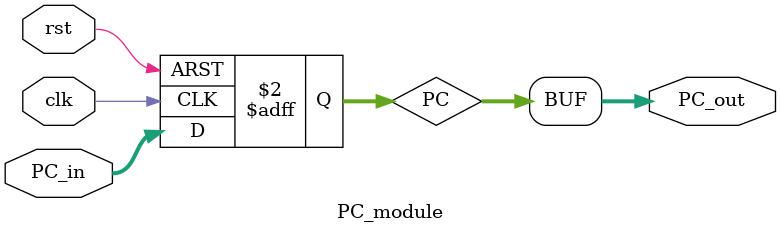
<source format=v>
`timescale 1ns / 1ps


module PC_module(
    input clk,
    input rst,
    input [31:0] PC_in,
    output [31:0] PC_out
    );
    reg [31:0] PC;
    assign PC_out=PC;
    always@(posedge clk or posedge rst) begin
        if(rst) PC<=0;
        else PC<=PC_in;
    end
endmodule

</source>
